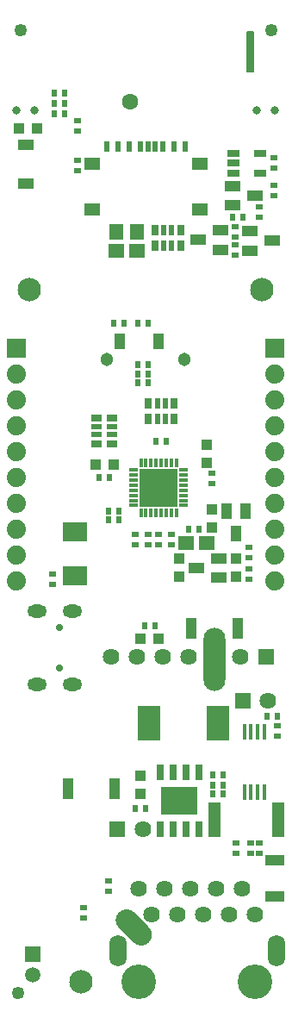
<source format=gbr>
G04 #@! TF.GenerationSoftware,KiCad,Pcbnew,5.1.6-c6e7f7d~87~ubuntu18.04.1*
G04 #@! TF.CreationDate,2022-07-28T15:35:08+03:00*
G04 #@! TF.ProjectId,ESP32-PoE-ISO_Rev_K,45535033-322d-4506-9f45-2d49534f5f52,K*
G04 #@! TF.SameCoordinates,Original*
G04 #@! TF.FileFunction,Soldermask,Bot*
G04 #@! TF.FilePolarity,Negative*
%FSLAX46Y46*%
G04 Gerber Fmt 4.6, Leading zero omitted, Abs format (unit mm)*
G04 Created by KiCad (PCBNEW 5.1.6-c6e7f7d~87~ubuntu18.04.1) date 2022-07-28 15:35:08*
%MOMM*%
%LPD*%
G01*
G04 APERTURE LIST*
%ADD10R,1.501600X1.101600*%
%ADD11C,0.801600*%
%ADD12R,1.117600X1.117600*%
%ADD13R,1.117600X2.133600*%
%ADD14C,1.625600*%
%ADD15R,1.625600X1.625600*%
%ADD16R,2.301600X3.501600*%
%ADD17R,0.651600X0.601600*%
%ADD18R,0.601600X0.651600*%
%ADD19R,1.371600X1.625600*%
%ADD20C,1.254000*%
%ADD21C,1.879600*%
%ADD22R,1.879600X1.879600*%
%ADD23R,1.625600X1.371600*%
%ADD24R,1.879600X1.117600*%
%ADD25R,0.601600X1.101600*%
%ADD26R,1.601600X1.301600*%
%ADD27R,0.482600X1.117600*%
%ADD28R,0.736600X1.117600*%
%ADD29R,1.101600X1.501600*%
%ADD30R,3.701600X3.701600*%
%ADD31R,0.501600X0.501600*%
%ADD32R,1.524000X1.524000*%
%ADD33R,0.351600X0.901600*%
%ADD34R,0.901600X0.351600*%
%ADD35O,2.133600X6.197600*%
%ADD36C,1.301600*%
%ADD37R,1.117600X0.482600*%
%ADD38R,1.117600X0.736600*%
%ADD39C,0.701600*%
%ADD40O,1.901600X1.301600*%
%ADD41R,2.387600X1.879600*%
%ADD42C,3.401601*%
%ADD43O,1.701600X3.101599*%
%ADD44R,0.451600X1.601600*%
%ADD45R,3.601600X2.701600*%
%ADD46R,0.701600X1.501600*%
%ADD47C,1.901600*%
%ADD48R,1.301600X3.501601*%
%ADD49C,1.601600*%
%ADD50R,1.301600X0.651600*%
%ADD51C,2.301600*%
%ADD52R,1.501600X1.501600*%
%ADD53C,1.501600*%
%ADD54C,0.203200*%
G04 APERTURE END LIST*
D10*
X92329000Y-103256000D03*
X92329000Y-107056000D03*
D11*
X115059000Y-99822000D03*
X116859000Y-99822000D03*
X91421000Y-99822000D03*
X93221000Y-99822000D03*
D12*
X91694000Y-101600000D03*
X93472000Y-101600000D03*
D13*
X101092000Y-166497000D03*
X96520000Y-166497000D03*
X113157000Y-150749000D03*
X108585000Y-150749000D03*
D14*
X113411000Y-153543000D03*
D15*
X115951000Y-153543000D03*
D14*
X108331000Y-153543000D03*
X105791000Y-153543000D03*
X100711000Y-153543000D03*
X103251000Y-153543000D03*
D16*
X104423000Y-160020000D03*
X111223000Y-160020000D03*
D14*
X103866000Y-170434000D03*
D15*
X101366000Y-170434000D03*
D17*
X94996000Y-145415000D03*
X94996000Y-146431000D03*
G36*
G01*
X102935679Y-181571462D02*
X101498838Y-180134622D01*
G75*
G02*
X101498838Y-178625938I754342J754342D01*
G01*
X101498838Y-178625938D01*
G75*
G02*
X103007522Y-178625938I754342J-754342D01*
G01*
X104444362Y-180062778D01*
G75*
G02*
X104444362Y-181571462I-754342J-754342D01*
G01*
X104444362Y-181571462D01*
G75*
G02*
X102935678Y-181571462I-754342J754342D01*
G01*
G37*
D18*
X95123000Y-99187000D03*
X96139000Y-99187000D03*
X95123000Y-98171000D03*
X96139000Y-98171000D03*
X96139000Y-100203000D03*
X95123000Y-100203000D03*
D12*
X105410000Y-151765000D03*
X103632000Y-151765000D03*
D17*
X114300000Y-142748000D03*
X114300000Y-143764000D03*
D12*
X113030000Y-143891000D03*
X113030000Y-145669000D03*
D19*
X103251000Y-111760000D03*
X101219000Y-111760000D03*
D20*
X91567000Y-186563000D03*
X116459000Y-92000000D03*
X91821000Y-92000000D03*
D18*
X106172000Y-132334000D03*
X105156000Y-132334000D03*
X99568000Y-135890000D03*
X100584000Y-135890000D03*
X101473000Y-139192000D03*
X100457000Y-139192000D03*
X109347000Y-140970000D03*
X108331000Y-140970000D03*
X113665000Y-110363000D03*
X112649000Y-110363000D03*
D17*
X97409000Y-105791000D03*
X97409000Y-104775000D03*
D18*
X104394000Y-126619000D03*
X103378000Y-126619000D03*
X104394000Y-124841000D03*
X103378000Y-124841000D03*
X104394000Y-120777000D03*
X103378000Y-120777000D03*
X104394000Y-125730000D03*
X103378000Y-125730000D03*
X100457000Y-140081000D03*
X101473000Y-140081000D03*
D17*
X110617000Y-136525000D03*
X110617000Y-135509000D03*
X105410000Y-141478000D03*
X105410000Y-142494000D03*
X106680000Y-142494000D03*
X106680000Y-141478000D03*
X103124000Y-142494000D03*
X103124000Y-141478000D03*
X104394000Y-142494000D03*
X104394000Y-141478000D03*
X114300000Y-145923000D03*
X114300000Y-144907000D03*
D18*
X105029000Y-150495000D03*
X104013000Y-150495000D03*
D17*
X115316000Y-109347000D03*
X115316000Y-110363000D03*
D10*
X111343440Y-143830040D03*
X111343440Y-145732500D03*
X109133640Y-144777460D03*
D21*
X116840000Y-146080000D03*
X116840000Y-143540000D03*
X116840000Y-138460000D03*
X116840000Y-141000000D03*
X116840000Y-135920000D03*
X116840000Y-133380000D03*
D22*
X116840000Y-123220000D03*
D21*
X116840000Y-125760000D03*
X116840000Y-128300000D03*
X116840000Y-130840000D03*
X91440000Y-130840000D03*
X91440000Y-128300000D03*
X91440000Y-125760000D03*
D22*
X91440000Y-123220000D03*
D21*
X91440000Y-133380000D03*
X91440000Y-135920000D03*
X91440000Y-141000000D03*
X91440000Y-138460000D03*
X91440000Y-143540000D03*
X91440000Y-146080000D03*
D10*
X114335560Y-113598960D03*
X114335560Y-111696500D03*
X116545360Y-112651540D03*
D23*
X101219000Y-113665000D03*
X103251000Y-113665000D03*
D24*
X116840000Y-177038000D03*
X116840000Y-173482000D03*
D25*
X100290000Y-103380000D03*
X101390000Y-103380000D03*
X102490000Y-103380000D03*
X103590000Y-103380000D03*
X104340000Y-103380000D03*
X105040000Y-103380000D03*
X105790000Y-103380000D03*
X106890000Y-103380000D03*
X107990000Y-103380000D03*
D26*
X109440000Y-105130000D03*
X98840000Y-105130000D03*
X109440000Y-109580000D03*
X98840000Y-109580000D03*
D12*
X110109000Y-134493000D03*
X110109000Y-132715000D03*
X99187000Y-134620000D03*
X100965000Y-134620000D03*
X107442000Y-143891000D03*
X107442000Y-145669000D03*
X110617000Y-140843000D03*
X110617000Y-139065000D03*
D27*
X106045000Y-128651000D03*
X105283000Y-128651000D03*
X106045000Y-130175000D03*
X105283000Y-130175000D03*
D28*
X106934000Y-128651000D03*
X106934000Y-130175000D03*
X104394000Y-128651000D03*
X104394000Y-130175000D03*
D10*
X111506000Y-111633000D03*
X111506000Y-113535460D03*
X109296200Y-112580420D03*
D23*
X110109000Y-142367000D03*
X108077000Y-142367000D03*
D17*
X116713000Y-108204000D03*
X116713000Y-107188000D03*
D29*
X105405000Y-122555000D03*
X101605000Y-122555000D03*
D18*
X100965000Y-120777000D03*
X101981000Y-120777000D03*
D30*
X105410000Y-136906000D03*
D31*
X106710000Y-137406000D03*
X106710000Y-136406000D03*
X105910000Y-135606000D03*
X104910000Y-135606000D03*
X104110000Y-136406000D03*
X104110000Y-137406000D03*
X104910000Y-138206000D03*
X105910000Y-138206000D03*
D32*
X105410000Y-136906000D03*
D33*
X103660000Y-139356000D03*
X104160000Y-139356000D03*
X104660000Y-139356000D03*
X105160000Y-139356000D03*
X105660000Y-139356000D03*
X106160000Y-139356000D03*
X106660000Y-139356000D03*
X107160000Y-139356000D03*
D34*
X107860000Y-138656000D03*
X107860000Y-138156000D03*
X107860000Y-137656000D03*
X107860000Y-137156000D03*
X107860000Y-136656000D03*
X107860000Y-136156000D03*
X107860000Y-135656000D03*
X107860000Y-135156000D03*
D33*
X107160000Y-134456000D03*
X106660000Y-134456000D03*
X106160000Y-134456000D03*
X105660000Y-134456000D03*
X105160000Y-134456000D03*
X104660000Y-134456000D03*
X104160000Y-134456000D03*
X103660000Y-134456000D03*
D34*
X102960000Y-135156000D03*
X102960000Y-135656000D03*
X102960000Y-136156000D03*
X102960000Y-136656000D03*
X102960000Y-137156000D03*
X102960000Y-137656000D03*
X102960000Y-138156000D03*
X102960000Y-138656000D03*
D17*
X112903000Y-114046000D03*
X112903000Y-113030000D03*
X112903000Y-112268000D03*
X112903000Y-111252000D03*
D10*
X114892000Y-108204000D03*
X112692000Y-107254000D03*
X112692000Y-109154000D03*
D29*
X113027460Y-141437360D03*
X113982500Y-139227560D03*
X112080040Y-139227560D03*
D28*
X105029000Y-113157000D03*
X105029000Y-111633000D03*
X107569000Y-113157000D03*
X107569000Y-111633000D03*
D27*
X105918000Y-113157000D03*
X106680000Y-113157000D03*
X105918000Y-111633000D03*
X106680000Y-111633000D03*
D35*
X110871000Y-153733500D03*
D36*
X107950000Y-124333000D03*
X100330000Y-124333000D03*
D37*
X99314000Y-130937000D03*
X99314000Y-131699000D03*
X100838000Y-130937000D03*
X100838000Y-131699000D03*
D38*
X99314000Y-130048000D03*
X100838000Y-130048000D03*
X99314000Y-132588000D03*
X100838000Y-132588000D03*
D39*
X95626000Y-150654000D03*
X95626000Y-154654000D03*
D40*
X93476000Y-149054000D03*
X96946000Y-149054000D03*
X96946000Y-156254000D03*
X93476000Y-156254000D03*
D41*
X97155000Y-145560000D03*
X97155000Y-141206000D03*
D42*
X114915000Y-185443000D03*
X103485000Y-185443000D03*
D43*
X117000000Y-182393000D03*
X101400000Y-182393000D03*
D14*
X114915000Y-178793000D03*
X113645000Y-176253000D03*
X112375000Y-178793000D03*
X111105000Y-176253000D03*
X109835000Y-178793000D03*
X108565000Y-176253000D03*
X107295000Y-178793000D03*
X106025000Y-176253000D03*
X104755000Y-178793000D03*
X103485000Y-176253000D03*
D17*
X100457000Y-175514000D03*
X100457000Y-176530000D03*
X98044000Y-179197000D03*
X98044000Y-178181000D03*
D18*
X111760000Y-167005000D03*
X110744000Y-167005000D03*
D14*
X116185000Y-157861000D03*
D15*
X113685000Y-157861000D03*
D17*
X113030000Y-171831000D03*
X113030000Y-172847000D03*
X115316000Y-172847000D03*
X115316000Y-171831000D03*
X114427000Y-172847000D03*
X114427000Y-171831000D03*
D18*
X103124000Y-168402000D03*
X104140000Y-168402000D03*
X110744000Y-165100000D03*
X111760000Y-165100000D03*
X111760000Y-166116000D03*
X110744000Y-166116000D03*
D44*
X115783000Y-160880000D03*
X115133000Y-160880000D03*
X114483000Y-160880000D03*
X113833000Y-160880000D03*
X113833000Y-166780000D03*
X114483000Y-166780000D03*
X115133000Y-166780000D03*
X115783000Y-166780000D03*
D45*
X107442000Y-167646000D03*
D46*
X105537000Y-170446000D03*
X106807000Y-170446000D03*
X108077000Y-170446000D03*
X109347000Y-170446000D03*
X109347000Y-164846000D03*
X108077000Y-164846000D03*
X106807000Y-164846000D03*
X105537000Y-164846000D03*
D47*
X107442000Y-167646000D03*
D12*
X103632000Y-165227000D03*
X103632000Y-167005000D03*
D48*
X117196000Y-169545000D03*
X110896000Y-169545000D03*
D49*
X102640000Y-98981000D03*
D17*
X116713000Y-104521000D03*
X116713000Y-105537000D03*
D50*
X115351000Y-104079001D03*
X115351000Y-105979001D03*
X112751000Y-104079001D03*
X112751000Y-105029001D03*
X112751000Y-105979001D03*
D17*
X97409000Y-100838000D03*
X97409000Y-101854000D03*
D51*
X97790000Y-185420000D03*
X92710000Y-117475000D03*
X115570000Y-117475000D03*
D52*
X93070680Y-182740300D03*
D53*
X93073220Y-184769760D03*
D18*
X116078000Y-159385000D03*
X117094000Y-159385000D03*
D17*
X117094000Y-161290000D03*
X117094000Y-160274000D03*
D54*
G36*
X114706400Y-96037400D02*
G01*
X114147600Y-96037400D01*
X114147600Y-92176600D01*
X114706400Y-92176600D01*
X114706400Y-96037400D01*
G37*
X114706400Y-96037400D02*
X114147600Y-96037400D01*
X114147600Y-92176600D01*
X114706400Y-92176600D01*
X114706400Y-96037400D01*
M02*

</source>
